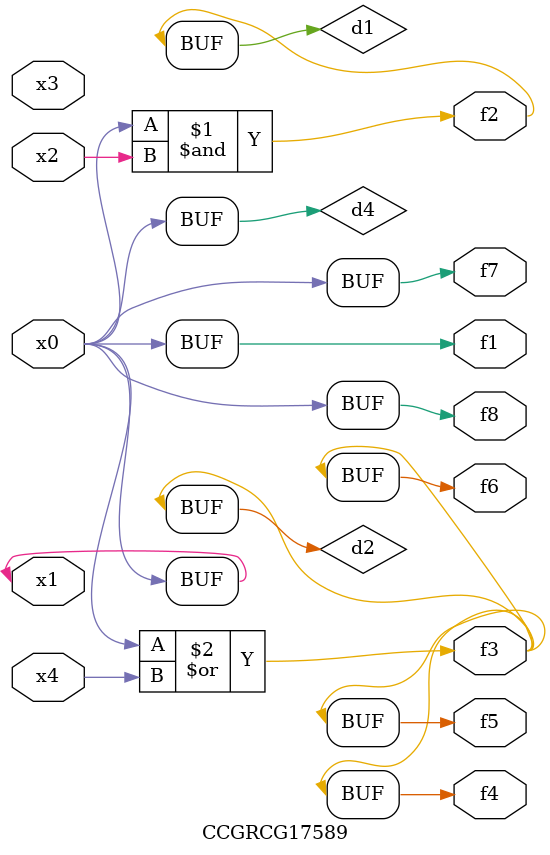
<source format=v>
module CCGRCG17589(
	input x0, x1, x2, x3, x4,
	output f1, f2, f3, f4, f5, f6, f7, f8
);

	wire d1, d2, d3, d4;

	and (d1, x0, x2);
	or (d2, x0, x4);
	nand (d3, x0, x2);
	buf (d4, x0, x1);
	assign f1 = d4;
	assign f2 = d1;
	assign f3 = d2;
	assign f4 = d2;
	assign f5 = d2;
	assign f6 = d2;
	assign f7 = d4;
	assign f8 = d4;
endmodule

</source>
